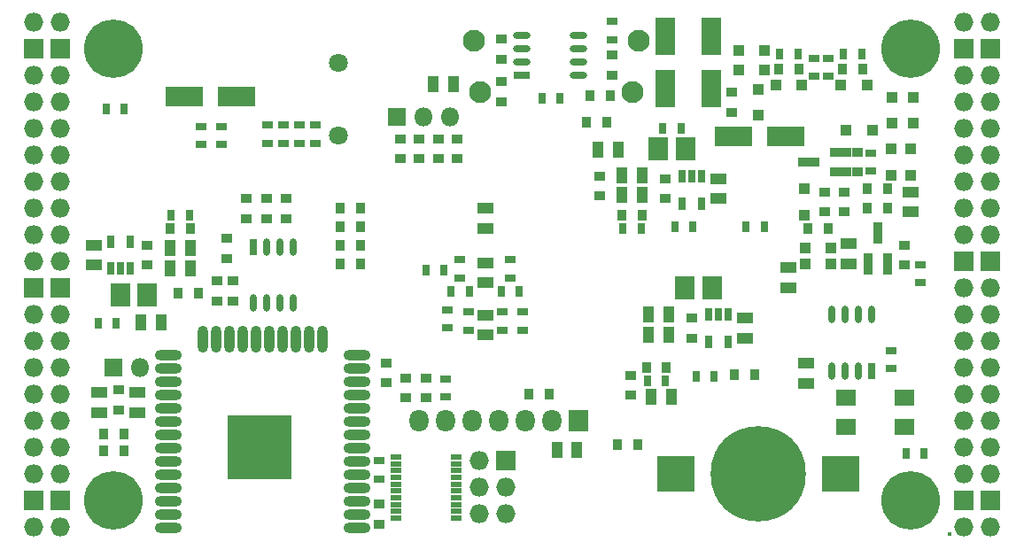
<source format=gbs>
G04 #@! TF.GenerationSoftware,KiCad,Pcbnew,5.0.0-rc2-dev-unknown+dfsg1+20180318-2*
G04 #@! TF.CreationDate,2018-05-15T09:23:06+02:00*
G04 #@! TF.ProjectId,ulx3s,756C7833732E6B696361645F70636200,rev?*
G04 #@! TF.SameCoordinates,Original*
G04 #@! TF.FileFunction,Soldermask,Bot*
G04 #@! TF.FilePolarity,Negative*
%FSLAX46Y46*%
G04 Gerber Fmt 4.6, Leading zero omitted, Abs format (unit mm)*
G04 Created by KiCad (PCBNEW 5.0.0-rc2-dev-unknown+dfsg1+20180318-2) date Tue May 15 09:23:06 2018*
%MOMM*%
%LPD*%
G01*
G04 APERTURE LIST*
%ADD10O,1.827200X1.827200*%
%ADD11R,1.827200X1.827200*%
%ADD12R,0.800000X1.300000*%
%ADD13C,5.600000*%
%ADD14R,1.100000X0.500000*%
%ADD15R,1.827200X2.132000*%
%ADD16O,1.827200X2.132000*%
%ADD17R,3.600000X3.400000*%
%ADD18C,9.100000*%
%ADD19C,1.800000*%
%ADD20R,0.700000X1.650000*%
%ADD21O,0.700000X1.650000*%
%ADD22R,1.650000X0.700000*%
%ADD23O,1.650000X0.700000*%
%ADD24O,2.600000X1.000000*%
%ADD25O,1.000000X2.600000*%
%ADD26R,6.100000X6.100000*%
%ADD27R,1.900000X1.500000*%
%ADD28R,1.070000X1.600000*%
%ADD29R,1.600000X1.070000*%
%ADD30R,0.770000X1.100000*%
%ADD31R,1.100000X0.770000*%
%ADD32C,2.100000*%
%ADD33R,1.925000X2.300000*%
%ADD34R,1.100000X1.100000*%
%ADD35R,0.900000X2.000000*%
%ADD36R,2.000000X0.900000*%
%ADD37R,3.600000X1.900000*%
%ADD38R,1.900000X3.600000*%
%ADD39C,0.400000*%
%ADD40R,0.945000X1.100000*%
%ADD41R,1.100000X0.945000*%
%ADD42R,1.800000X1.800000*%
%ADD43O,1.800000X1.800000*%
G04 APERTURE END LIST*
D10*
X97910000Y-62690000D03*
X95370000Y-62690000D03*
D11*
X97910000Y-65230000D03*
X95370000Y-65230000D03*
D10*
X97910000Y-67770000D03*
X95370000Y-67770000D03*
X97910000Y-70310000D03*
X95370000Y-70310000D03*
X97910000Y-72850000D03*
X95370000Y-72850000D03*
X97910000Y-75390000D03*
X95370000Y-75390000D03*
X97910000Y-77930000D03*
X95370000Y-77930000D03*
X97910000Y-80470000D03*
X95370000Y-80470000D03*
X97910000Y-83010000D03*
X95370000Y-83010000D03*
X97910000Y-85550000D03*
X95370000Y-85550000D03*
D11*
X97910000Y-88090000D03*
X95370000Y-88090000D03*
D10*
X97910000Y-90630000D03*
X95370000Y-90630000D03*
X97910000Y-93170000D03*
X95370000Y-93170000D03*
X97910000Y-95710000D03*
X95370000Y-95710000D03*
X97910000Y-98250000D03*
X95370000Y-98250000D03*
X97910000Y-100790000D03*
X95370000Y-100790000D03*
X97910000Y-103330000D03*
X95370000Y-103330000D03*
X97910000Y-105870000D03*
X95370000Y-105870000D03*
D11*
X97910000Y-108410000D03*
X95370000Y-108410000D03*
D10*
X97910000Y-110950000D03*
X95370000Y-110950000D03*
D12*
X159825000Y-90600000D03*
X160775000Y-90600000D03*
X161725000Y-90600000D03*
X161725000Y-93200000D03*
X159825000Y-93200000D03*
X104575000Y-86215000D03*
X103625000Y-86215000D03*
X102675000Y-86215000D03*
X102675000Y-83615000D03*
X104575000Y-83615000D03*
X157285000Y-77392000D03*
X158235000Y-77392000D03*
X159185000Y-77392000D03*
X159185000Y-79992000D03*
X157285000Y-79992000D03*
D10*
X184270000Y-110950000D03*
X186810000Y-110950000D03*
D11*
X184270000Y-108410000D03*
X186810000Y-108410000D03*
D10*
X184270000Y-105870000D03*
X186810000Y-105870000D03*
X184270000Y-103330000D03*
X186810000Y-103330000D03*
X184270000Y-100790000D03*
X186810000Y-100790000D03*
X184270000Y-98250000D03*
X186810000Y-98250000D03*
X184270000Y-95710000D03*
X186810000Y-95710000D03*
X184270000Y-93170000D03*
X186810000Y-93170000D03*
X184270000Y-90630000D03*
X186810000Y-90630000D03*
X184270000Y-88090000D03*
X186810000Y-88090000D03*
D11*
X184270000Y-85550000D03*
X186810000Y-85550000D03*
D10*
X184270000Y-83010000D03*
X186810000Y-83010000D03*
X184270000Y-80470000D03*
X186810000Y-80470000D03*
X184270000Y-77930000D03*
X186810000Y-77930000D03*
X184270000Y-75390000D03*
X186810000Y-75390000D03*
X184270000Y-72850000D03*
X186810000Y-72850000D03*
X184270000Y-70310000D03*
X186810000Y-70310000D03*
X184270000Y-67770000D03*
X186810000Y-67770000D03*
D11*
X184270000Y-65230000D03*
X186810000Y-65230000D03*
D10*
X184270000Y-62690000D03*
X186810000Y-62690000D03*
D13*
X102990000Y-108410000D03*
X179190000Y-108410000D03*
X179190000Y-65230000D03*
X102990000Y-65230000D03*
D14*
X135735000Y-104215000D03*
X135735000Y-104865000D03*
X135735000Y-105515000D03*
X135735000Y-106165000D03*
X135735000Y-106815000D03*
X135735000Y-107465000D03*
X135735000Y-108115000D03*
X135735000Y-108765000D03*
X135735000Y-109415000D03*
X135735000Y-110065000D03*
X129935000Y-110065000D03*
X129935000Y-109415000D03*
X129935000Y-108765000D03*
X129935000Y-108115000D03*
X129935000Y-107465000D03*
X129935000Y-106815000D03*
X129935000Y-106165000D03*
X129935000Y-105515000D03*
X129935000Y-104865000D03*
X129935000Y-104215000D03*
D11*
X140455000Y-104600000D03*
D10*
X137915000Y-104600000D03*
X140455000Y-107140000D03*
X137915000Y-107140000D03*
X140455000Y-109680000D03*
X137915000Y-109680000D03*
D15*
X147440000Y-100790000D03*
D16*
X144900000Y-100790000D03*
X142360000Y-100790000D03*
X139820000Y-100790000D03*
X137280000Y-100790000D03*
X134740000Y-100790000D03*
X132200000Y-100790000D03*
D17*
X172485000Y-105870000D03*
X156685000Y-105870000D03*
D18*
X164585000Y-105870000D03*
D19*
X124468000Y-66518000D03*
X124468000Y-73518000D03*
D20*
X175395000Y-96015000D03*
D21*
X174125000Y-96015000D03*
X172855000Y-96015000D03*
X171585000Y-96015000D03*
X171585000Y-90615000D03*
X172855000Y-90615000D03*
X174125000Y-90615000D03*
X175395000Y-90615000D03*
D22*
X141980000Y-67706500D03*
D23*
X141980000Y-66436500D03*
X141980000Y-65166500D03*
X141980000Y-63896500D03*
X147380000Y-63896500D03*
X147380000Y-65166500D03*
X147380000Y-66436500D03*
X147380000Y-67706500D03*
D20*
X116325000Y-84120000D03*
D21*
X117595000Y-84120000D03*
X118865000Y-84120000D03*
X120135000Y-84120000D03*
X120135000Y-89520000D03*
X118865000Y-89520000D03*
X117595000Y-89520000D03*
X116325000Y-89520000D03*
D24*
X126230000Y-111000000D03*
X126230000Y-109730000D03*
X126230000Y-108460000D03*
X126230000Y-107190000D03*
X126230000Y-105920000D03*
X126230000Y-104650000D03*
X126230000Y-103380000D03*
X126230000Y-102110000D03*
X126230000Y-100840000D03*
X126230000Y-99570000D03*
X126230000Y-98300000D03*
X126230000Y-97030000D03*
X126230000Y-95760000D03*
X126230000Y-94490000D03*
D25*
X122945000Y-93000000D03*
X121675000Y-93000000D03*
X120405000Y-93000000D03*
X119135000Y-93000000D03*
X117865000Y-93000000D03*
X116595000Y-93000000D03*
X115325000Y-93000000D03*
X114055000Y-93000000D03*
X112785000Y-93000000D03*
X111515000Y-93000000D03*
D24*
X108230000Y-94490000D03*
X108230000Y-95760000D03*
X108230000Y-97030000D03*
X108230000Y-98300000D03*
X108230000Y-99570000D03*
X108230000Y-100840000D03*
X108230000Y-102110000D03*
X108230000Y-103380000D03*
X108230000Y-104650000D03*
X108230000Y-105920000D03*
X108230000Y-107190000D03*
X108230000Y-108460000D03*
X108230000Y-109730000D03*
X108230000Y-111000000D03*
D26*
X116930000Y-103300000D03*
D27*
X178576000Y-98522000D03*
X172976000Y-98522000D03*
X172976000Y-101322000D03*
X178576000Y-101322000D03*
D28*
X133546000Y-68550000D03*
X135456000Y-68550000D03*
D29*
X101085000Y-83960000D03*
X101085000Y-85870000D03*
D30*
X153985000Y-96910000D03*
X155735000Y-96910000D03*
D28*
X156015000Y-90630000D03*
X154105000Y-90630000D03*
X154105000Y-92535000D03*
X156015000Y-92535000D03*
D29*
X163315000Y-90945000D03*
X163315000Y-92855000D03*
D30*
X151645000Y-82375000D03*
X153395000Y-82375000D03*
D28*
X153475000Y-79200000D03*
X151565000Y-79200000D03*
X153475000Y-77295000D03*
X151565000Y-77295000D03*
D29*
X160775000Y-79520000D03*
X160775000Y-77610000D03*
D30*
X108465000Y-81105000D03*
X110215000Y-81105000D03*
D28*
X108385000Y-84280000D03*
X110295000Y-84280000D03*
X110295000Y-86185000D03*
X108385000Y-86185000D03*
D29*
X173221000Y-83833000D03*
X173221000Y-85743000D03*
D31*
X175380000Y-76900000D03*
X175380000Y-75150000D03*
D29*
X105276000Y-99967000D03*
X105276000Y-98057000D03*
X167506000Y-88029000D03*
X167506000Y-86119000D03*
X138500000Y-90665000D03*
X138500000Y-92575000D03*
D31*
X150589600Y-64359000D03*
X150589600Y-62609000D03*
D29*
X138500000Y-82375000D03*
X138500000Y-80465000D03*
X138500000Y-87575000D03*
X138500000Y-85665000D03*
X101593000Y-99967000D03*
X101593000Y-98057000D03*
D28*
X154359000Y-98504000D03*
X156269000Y-98504000D03*
X105591000Y-91392000D03*
X107501000Y-91392000D03*
X151189000Y-74882000D03*
X149279000Y-74882000D03*
D31*
X140900000Y-87095000D03*
X140900000Y-85345000D03*
X136100000Y-87095000D03*
X136100000Y-85345000D03*
X136900000Y-92095000D03*
X136900000Y-90345000D03*
X140100000Y-90345000D03*
X140100000Y-92095000D03*
X142100000Y-92095000D03*
X142100000Y-90345000D03*
X134900000Y-90145000D03*
X134900000Y-91895000D03*
D30*
X135225000Y-88420000D03*
X136975000Y-88420000D03*
X140025000Y-88420000D03*
X141775000Y-88420000D03*
X163425000Y-82220000D03*
X165175000Y-82220000D03*
X158375000Y-82220000D03*
X156625000Y-82220000D03*
D31*
X177300000Y-94025000D03*
X177300000Y-95775000D03*
D28*
X145342000Y-103584000D03*
X147252000Y-103584000D03*
D30*
X103995000Y-70963000D03*
X102245000Y-70963000D03*
X103245000Y-91410000D03*
X101495000Y-91410000D03*
D31*
X180094000Y-87586000D03*
X180094000Y-85836000D03*
D30*
X180473000Y-103856000D03*
X178723000Y-103856000D03*
X158645000Y-96490000D03*
X160395000Y-96490000D03*
X132827200Y-86330000D03*
X134577200Y-86330000D03*
D29*
X169172000Y-95281000D03*
X169172000Y-97191000D03*
X179190000Y-80790000D03*
X179190000Y-78880000D03*
D32*
X152546000Y-69312000D03*
X138046000Y-69312000D03*
X153146000Y-64412000D03*
X137446000Y-64412000D03*
D33*
X157582500Y-88090000D03*
X160157500Y-88090000D03*
X103607500Y-88725000D03*
X106182500Y-88725000D03*
X157617500Y-74755000D03*
X155042500Y-74755000D03*
D34*
X169050000Y-84280000D03*
X171550000Y-84280000D03*
X169030000Y-78585000D03*
X169030000Y-81085000D03*
X171550000Y-85804000D03*
X169050000Y-85804000D03*
X179190000Y-74775000D03*
X179190000Y-77275000D03*
X177285000Y-77275000D03*
X177285000Y-74775000D03*
X172987000Y-72977000D03*
X175487000Y-72977000D03*
X164585000Y-69060000D03*
X164585000Y-71560000D03*
X168756000Y-68659000D03*
X166256000Y-68659000D03*
X174979000Y-68659000D03*
X172479000Y-68659000D03*
X165200000Y-67262000D03*
X162700000Y-67262000D03*
X162700000Y-65357000D03*
X165200000Y-65357000D03*
X177412000Y-72322000D03*
X177412000Y-69822000D03*
X179444000Y-69822000D03*
X179444000Y-72322000D03*
D35*
X176015000Y-82780000D03*
X175065000Y-85780000D03*
X176965000Y-85780000D03*
D36*
X172435000Y-75075000D03*
X172435000Y-76975000D03*
X169435000Y-76025000D03*
D37*
X114761000Y-69802000D03*
X109761000Y-69802000D03*
X167212000Y-73612000D03*
X162212000Y-73612000D03*
D38*
X155695000Y-69000000D03*
X155695000Y-64000000D03*
X160140000Y-69000000D03*
X160140000Y-64000000D03*
D39*
X182888000Y-111603000D03*
D40*
X169337500Y-82375000D03*
X171262500Y-82375000D03*
D41*
X172840000Y-78872500D03*
X172840000Y-80797500D03*
X162045000Y-69347500D03*
X162045000Y-71272500D03*
D40*
X176977500Y-80470000D03*
X175052500Y-80470000D03*
D41*
X174110000Y-75062500D03*
X174110000Y-76987500D03*
X178555000Y-85877500D03*
X178555000Y-83952500D03*
X113785000Y-83317500D03*
X113785000Y-85242500D03*
X170935000Y-78872500D03*
X170935000Y-80797500D03*
X128390000Y-108717500D03*
X128390000Y-110642500D03*
D40*
X151176500Y-103076000D03*
X153101500Y-103076000D03*
D41*
X119500000Y-81432500D03*
X119500000Y-79507500D03*
X114420000Y-89306500D03*
X114420000Y-87381500D03*
D40*
X176977500Y-78565000D03*
X175052500Y-78565000D03*
X124633500Y-85804000D03*
X126558500Y-85804000D03*
X126558500Y-84026000D03*
X124633500Y-84026000D03*
X126558500Y-82248000D03*
X124633500Y-82248000D03*
X124633500Y-80470000D03*
X126558500Y-80470000D03*
D41*
X130422000Y-73810500D03*
X130422000Y-75735500D03*
X132200000Y-73810500D03*
X132200000Y-75735500D03*
X133993000Y-73810500D03*
X133993000Y-75735500D03*
X135771000Y-75735500D03*
X135771000Y-73810500D03*
X140025500Y-64267500D03*
X140025500Y-66192500D03*
X140025500Y-68349500D03*
X140025500Y-70274500D03*
X150615000Y-65809500D03*
X150615000Y-67734500D03*
D40*
X150137500Y-72215000D03*
X148212500Y-72215000D03*
X148524500Y-69693000D03*
X150449500Y-69693000D03*
D41*
X129025000Y-95212500D03*
X129025000Y-97137500D03*
X117595000Y-79507500D03*
X117595000Y-81432500D03*
X112896000Y-87381500D03*
X112896000Y-89306500D03*
X115690000Y-81432500D03*
X115690000Y-79507500D03*
D40*
X142667500Y-98250000D03*
X144592500Y-98250000D03*
D41*
X132835000Y-98577500D03*
X132835000Y-96652500D03*
X130930000Y-96652500D03*
X130930000Y-98577500D03*
D40*
X103952500Y-103600000D03*
X102027500Y-103600000D03*
X103952500Y-102060000D03*
X102027500Y-102060000D03*
D41*
X103498000Y-99720500D03*
X103498000Y-97795500D03*
D40*
X164277500Y-96345000D03*
X162352500Y-96345000D03*
D31*
X113277000Y-74360000D03*
X113277000Y-72610000D03*
X111372000Y-72610000D03*
X111372000Y-74360000D03*
D30*
X155455000Y-72850000D03*
X157205000Y-72850000D03*
D31*
X171316000Y-66090000D03*
X171316000Y-67840000D03*
X169919000Y-67840000D03*
X169919000Y-66090000D03*
D30*
X174477000Y-65738000D03*
X172727000Y-65738000D03*
D31*
X134740000Y-96740000D03*
X134740000Y-98490000D03*
X128390000Y-106321000D03*
X128390000Y-104571000D03*
X117722000Y-72483000D03*
X117722000Y-74233000D03*
X119246000Y-74233000D03*
X119246000Y-72483000D03*
X120770000Y-72483000D03*
X120770000Y-74233000D03*
X122294000Y-74233000D03*
X122294000Y-72483000D03*
D30*
X145655000Y-69900000D03*
X143905000Y-69900000D03*
D40*
X166543500Y-67135000D03*
X168468500Y-67135000D03*
X172637500Y-67120000D03*
X174562500Y-67120000D03*
X153897500Y-95640000D03*
X155822500Y-95640000D03*
X110302500Y-82375000D03*
X108377500Y-82375000D03*
X151557500Y-81105000D03*
X153482500Y-81105000D03*
D41*
X158235000Y-90937500D03*
X158235000Y-92862500D03*
X106165000Y-83952500D03*
X106165000Y-85877500D03*
X155695000Y-77602500D03*
X155695000Y-79527500D03*
X152393000Y-96398500D03*
X152393000Y-98323500D03*
D40*
X111064500Y-88598000D03*
X109139500Y-88598000D03*
D41*
X149472000Y-77348500D03*
X149472000Y-79273500D03*
D42*
X102990000Y-95710000D03*
D43*
X105530000Y-95710000D03*
D42*
X130056000Y-71725000D03*
D43*
X132596000Y-71725000D03*
X135136000Y-71725000D03*
D30*
X166631000Y-65738000D03*
X168381000Y-65738000D03*
M02*

</source>
